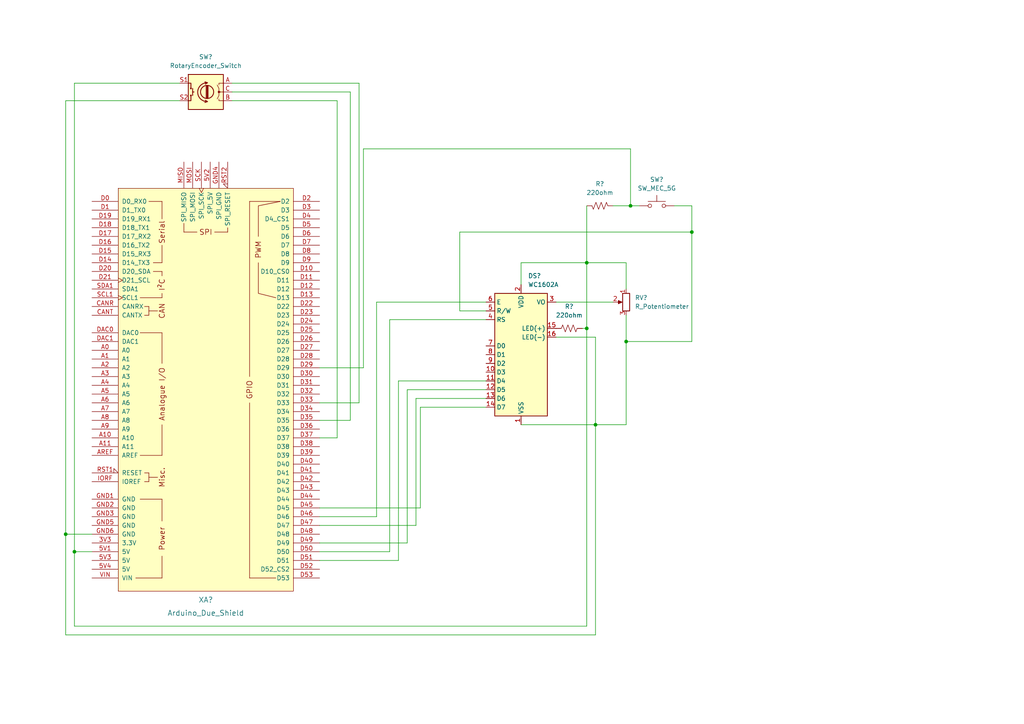
<source format=kicad_sch>
(kicad_sch (version 20211123) (generator eeschema)
  (paper "A4")
  (title_block (title "Escribe Nombre") (date "2022-07-15"))
  (lib_symbols
    (symbol "Device:R_Potentiometer" (pin_names (offset 1.016) hide)
      (property "Reference" "RV" (at -4.445 0 90))
      (property "Value" "R_Potentiometer" (at -2.54 0 90))
      (symbol "R_Potentiometer_0_1"
        (polyline (pts (xy 2.54 0) (xy 1.524 0)))
        (polyline (pts (xy 1.143 0) (xy 2.286 0.508) (xy 2.286 -0.508) (xy 1.143 0)) (fill (type outline)))
        (rectangle (start 1.016 2.54) (end -1.016 -2.54) (stroke (width 0.254)))
      )
      (symbol "R_Potentiometer_1_1"
        (pin passive line (at 0 3.81 270) (length 1.27) (name "1") (number "1"))
        (pin passive line (at 3.81 0 180) (length 1.27) (name "2") (number "2"))
        (pin passive line (at 0 -3.81 90) (length 1.27) (name "3") (number "3"))
      )
    )
    (symbol "Device:R_US" (pin_numbers hide) (pin_names (offset 0))
      (property "Reference" "R" (at 2.54 0 90))
      (property "Value" "R_US" (at -2.54 0 90))
      (symbol "R_US_0_1"
        (polyline (pts (xy 0 -2.286) (xy 0 -2.54)))
        (polyline (pts (xy 0 2.286) (xy 0 2.54)))
        (polyline (pts (xy 0 -0.762) (xy 1.016 -1.143) (xy 0 -1.524) (xy -1.016 -1.905) (xy 0 -2.286)))
        (polyline (pts (xy 0 0.762) (xy 1.016 0.381) (xy 0 0) (xy -1.016 -0.381) (xy 0 -0.762)))
        (polyline (pts (xy 0 2.286) (xy 1.016 1.905) (xy 0 1.524) (xy -1.016 1.143) (xy 0 0.762)))
      )
      (symbol "R_US_1_1"
        (pin passive line (at 0 3.81 270) (length 1.27) (name "~") (number "1"))
        (pin passive line (at 0 -3.81 90) (length 1.27) (name "~") (number "2"))
      )
    )
    (symbol "Device:RotaryEncoder_Switch" (pin_names (offset 0.254) hide)
      (property "Reference" "SW" (at 0 6.604 0))
      (property "Value" "RotaryEncoder_Switch" (at 0 -6.604 0))
      (symbol "RotaryEncoder_Switch_0_1"
        (rectangle (start -5.08 5.08) (end 5.08 -5.08) (stroke (width 0.254)) (fill (type background)))
        (circle (center -3.81 0) (radius 0.254) (fill (type outline)))
        (arc (start -0.381 -2.794) (mid 2.3622 -0.0508) (end -0.381 2.667) (stroke (width 0.254)))
        (circle (center -0.381 0) (radius 1.905) (stroke (width 0.254)))
        (polyline (pts (xy -0.635 -1.778) (xy -0.635 1.778)) (stroke (width 0.254)))
        (polyline (pts (xy -0.381 -1.778) (xy -0.381 1.778)) (stroke (width 0.254)))
        (polyline (pts (xy -0.127 1.778) (xy -0.127 -1.778)) (stroke (width 0.254)))
        (polyline (pts (xy 3.81 0) (xy 3.429 0)) (stroke (width 0.254)))
        (polyline (pts (xy 3.81 1.016) (xy 3.81 -1.016)) (stroke (width 0.254)))
        (polyline (pts (xy -5.08 -2.54) (xy -3.81 -2.54) (xy -3.81 -2.032)))
        (polyline (pts (xy -5.08 2.54) (xy -3.81 2.54) (xy -3.81 2.032)))
        (polyline (pts (xy 0.254 -3.048) (xy -0.508 -2.794) (xy 0.127 -2.413)) (stroke (width 0.254)))
        (polyline (pts (xy 0.254 2.921) (xy -0.508 2.667) (xy 0.127 2.286)) (stroke (width 0.254)))
        (polyline (pts (xy 5.08 -2.54) (xy 4.318 -2.54) (xy 4.318 -1.016)) (stroke (width 0.254)))
        (polyline (pts (xy 5.08 2.54) (xy 4.318 2.54) (xy 4.318 1.016)) (stroke (width 0.254)))
        (polyline (pts (xy -5.08 0) (xy -3.81 0) (xy -3.81 -1.016) (xy -3.302 -2.032)))
        (polyline (pts (xy -4.318 0) (xy -3.81 0) (xy -3.81 1.016) (xy -3.302 2.032)))
        (circle (center 4.318 -1.016) (radius 0.127) (stroke (width 0.254)))
        (circle (center 4.318 1.016) (radius 0.127) (stroke (width 0.254)))
      )
      (symbol "RotaryEncoder_Switch_1_1"
        (pin passive line (at -7.62 2.54 0) (length 2.54) (name "A") (number "A"))
        (pin passive line (at -7.62 -2.54 0) (length 2.54) (name "B") (number "B"))
        (pin passive line (at -7.62 0 0) (length 2.54) (name "C") (number "C"))
        (pin passive line (at 7.62 2.54 180) (length 2.54) (name "S1") (number "S1"))
        (pin passive line (at 7.62 -2.54 180) (length 2.54) (name "S2") (number "S2"))
      )
    )
    (symbol "Display_Character:WC1602A"
      (property "Reference" "DS" (at -5.842 19.05 0))
      (property "Value" "WC1602A" (at 5.334 19.05 0))
      (symbol "WC1602A_1_1"
        (rectangle (start -7.62 17.78) (end 7.62 -17.78) (stroke (width 0.254)) (fill (type background)))
        (pin power_in line (at 0 -20.32 90) (length 2.54) (name "VSS") (number "1"))
        (pin input line (at -10.16 -5.08 0) (length 2.54) (name "D3") (number "10"))
        (pin input line (at -10.16 -7.62 0) (length 2.54) (name "D4") (number "11"))
        (pin input line (at -10.16 -10.16 0) (length 2.54) (name "D5") (number "12"))
        (pin input line (at -10.16 -12.7 0) (length 2.54) (name "D6") (number "13"))
        (pin input line (at -10.16 -15.24 0) (length 2.54) (name "D7") (number "14"))
        (pin power_in line (at 10.16 7.62 180) (length 2.54) (name "LED(+)") (number "15"))
        (pin power_in line (at 10.16 5.08 180) (length 2.54) (name "LED(-)") (number "16"))
        (pin power_in line (at 0 20.32 270) (length 2.54) (name "VDD") (number "2"))
        (pin input line (at 10.16 15.24 180) (length 2.54) (name "VO") (number "3"))
        (pin input line (at -10.16 10.16 0) (length 2.54) (name "RS") (number "4"))
        (pin input line (at -10.16 12.7 0) (length 2.54) (name "R/W") (number "5"))
        (pin input line (at -10.16 15.24 0) (length 2.54) (name "E") (number "6"))
        (pin input line (at -10.16 2.54 0) (length 2.54) (name "D0") (number "7"))
        (pin input line (at -10.16 0 0) (length 2.54) (name "D1") (number "8"))
        (pin input line (at -10.16 -2.54 0) (length 2.54) (name "D2") (number "9"))
      )
    )
    (symbol "Switch:SW_MEC_5G" (pin_numbers hide) (pin_names (offset 1.016) hide)
      (property "Reference" "SW" (at 1.27 2.54 0))
      (property "Value" "SW_MEC_5G" (at 0 -1.524 0))
      (symbol "SW_MEC_5G_0_1"
        (circle (center -2.032 0) (radius 0.508))
        (polyline (pts (xy 0 1.27) (xy 0 3.048)))
        (polyline (pts (xy 2.54 1.27) (xy -2.54 1.27)))
        (circle (center 2.032 0) (radius 0.508))
        (pin passive line (at -5.08 0 0) (length 2.54) (name "A") (number "1"))
        (pin passive line (at 5.08 0 180) (length 2.54) (name "B") (number "3"))
      )
      (symbol "SW_MEC_5G_1_1"
        (pin passive line (at -5.08 0 0) (length 2.54) hide (name "A") (number "2"))
        (pin passive line (at 5.08 0 180) (length 2.54) hide (name "B") (number "4"))
      )
    )
    (symbol "arduino:Arduino_Due_Shield" (pin_names (offset 1.016))
      (property "Reference" "XA" (at 2.54 0 90))
      (property "Value" "Arduino_Due_Shield" (at -2.54 0 90))
      (symbol "Arduino_Due_Shield_0_0"
        (rectangle (start -25.4 -58.42) (end 25.4 58.42) (fill (type background)))
        (rectangle (start -20.32 -54.61) (end -12.7 -54.61))
        (rectangle (start -19.05 -31.75) (end -12.7 -31.75))
        (rectangle (start -19.05 -19.05) (end -12.7 -19.05))
        (rectangle (start -19.05 16.51) (end -12.7 16.51))
        (rectangle (start -19.05 26.67) (end -12.7 26.67))
        (rectangle (start -17.78 -26.67) (end -16.51 -26.67))
        (rectangle (start -17.78 -24.13) (end -16.51 -24.13))
        (rectangle (start -17.78 21.59) (end -16.51 21.59))
        (rectangle (start -17.78 24.13) (end -16.51 24.13))
        (rectangle (start -16.51 -25.4) (end -13.97 -25.4))
        (rectangle (start -16.51 -24.13) (end -16.51 -26.67))
        (rectangle (start -16.51 22.86) (end -13.97 22.86))
        (rectangle (start -16.51 24.13) (end -16.51 21.59))
        (rectangle (start -16.51 54.61) (end -12.7 54.61))
        (rectangle (start -15.24 34.29) (end -12.7 34.29))
        (rectangle (start -15.24 36.83) (end -12.7 36.83))
        (rectangle (start -12.7 -54.61) (end -12.7 -48.26))
        (rectangle (start -12.7 -31.75) (end -12.7 -38.1))
        (rectangle (start -12.7 -19.05) (end -12.7 -10.16))
        (rectangle (start -12.7 16.51) (end -12.7 7.62))
        (rectangle (start -12.7 26.67) (end -12.7 27.94))
        (rectangle (start -12.7 34.29) (end -12.7 33.02))
        (rectangle (start -12.7 41.91) (end -12.7 36.83))
        (rectangle (start -12.7 49.53) (end -12.7 54.61))
        (rectangle (start -6.35 48.26) (end -6.35 45.72))
        (rectangle (start -2.54 45.72) (end -6.35 45.72))
        (polyline (pts (xy 12.7 -54.61) (xy 20.32 -54.61)))
        (polyline (pts (xy 21.59 54.61) (xy 12.7 54.61)))
        (polyline (pts (xy 15.24 44.45) (xy 15.24 53.34) (xy 21.59 54.61)))
        (polyline (pts (xy 20.32 26.67) (xy 15.24 27.94) (xy 15.24 36.83)))
        (rectangle (start 6.35 45.72) (end 2.54 45.72))
        (rectangle (start 6.35 46.99) (end 6.35 45.72))
        (text "Analogue I/O" (at -12.7 -1.27 900) (effects (font (size 1.524 1.524))))
        (text "CAN" (at -12.7 22.86 900) (effects (font (size 1.524 1.524))))
        (text "I²C" (at -12.7 30.48 900) (effects (font (size 1.524 1.524))))
        (text "Misc." (at -12.7 -25.4 900) (effects (font (size 1.524 1.524))))
        (text "Power" (at -12.7 -43.18 900) (effects (font (size 1.524 1.524))))
        (text "PWM" (at 15.24 40.64 900) (effects (font (size 1.524 1.524))))
        (text "Serial" (at -12.7 45.72 900) (effects (font (size 1.524 1.524))))
        (text "SPI" (at 0 45.72 0) (effects (font (size 1.524 1.524))))
      )
      (symbol "Arduino_Due_Shield_1_0"
        (rectangle (start 12.7 -54.61) (end 12.7 -3.81))
        (rectangle (start 12.7 54.61) (end 12.7 3.81))
        (text "GPIO" (at 12.7 0 900) (effects (font (size 1.524 1.524))))
      )
      (symbol "Arduino_Due_Shield_1_1"
        (pin power_in line (at -33.02 -44.45 0) (length 7.62) (name "3.3V") (number "3V3"))
        (pin power_in line (at -33.02 -46.99 0) (length 7.62) (name "5V") (number "5V1"))
        (pin power_in line (at 1.27 66.04 270) (length 7.62) (name "SPI_5V") (number "5V2"))
        (pin power_in line (at -33.02 -49.53 0) (length 7.62) (name "5V") (number "5V3"))
        (pin power_in line (at -33.02 -52.07 0) (length 7.62) (name "5V") (number "5V4"))
        (pin bidirectional line (at -33.02 11.43 0) (length 7.62) (name "A0") (number "A0"))
        (pin bidirectional line (at -33.02 8.89 0) (length 7.62) (name "A1") (number "A1"))
        (pin bidirectional line (at -33.02 -13.97 0) (length 7.62) (name "A10") (number "A10"))
        (pin bidirectional line (at -33.02 -16.51 0) (length 7.62) (name "A11") (number "A11"))
        (pin bidirectional line (at -33.02 6.35 0) (length 7.62) (name "A2") (number "A2"))
        (pin bidirectional line (at -33.02 3.81 0) (length 7.62) (name "A3") (number "A3"))
        (pin bidirectional line (at -33.02 1.27 0) (length 7.62) (name "A4") (number "A4"))
        (pin bidirectional line (at -33.02 -1.27 0) (length 7.62) (name "A5") (number "A5"))
        (pin bidirectional line (at -33.02 -3.81 0) (length 7.62) (name "A6") (number "A6"))
        (pin bidirectional line (at -33.02 -6.35 0) (length 7.62) (name "A7") (number "A7"))
        (pin bidirectional line (at -33.02 -8.89 0) (length 7.62) (name "A8") (number "A8"))
        (pin bidirectional line (at -33.02 -11.43 0) (length 7.62) (name "A9") (number "A9"))
        (pin input line (at -33.02 -19.05 0) (length 7.62) (name "AREF") (number "AREF"))
        (pin bidirectional line (at -33.02 24.13 0) (length 7.62) (name "CANRX") (number "CANR"))
        (pin bidirectional line (at -33.02 21.59 0) (length 7.62) (name "CANTX") (number "CANT"))
        (pin bidirectional line (at -33.02 54.61 0) (length 7.62) (name "D0_RX0") (number "D0"))
        (pin bidirectional line (at -33.02 52.07 0) (length 7.62) (name "D1_TX0") (number "D1"))
        (pin bidirectional line (at 33.02 34.29 180) (length 7.62) (name "D10_CS0") (number "D10"))
        (pin bidirectional line (at 33.02 31.75 180) (length 7.62) (name "D11") (number "D11"))
        (pin bidirectional line (at 33.02 29.21 180) (length 7.62) (name "D12") (number "D12"))
        (pin bidirectional line (at 33.02 26.67 180) (length 7.62) (name "D13") (number "D13"))
        (pin bidirectional line (at -33.02 36.83 0) (length 7.62) (name "D14_TX3") (number "D14"))
        (pin bidirectional line (at -33.02 39.37 0) (length 7.62) (name "D15_RX3") (number "D15"))
        (pin bidirectional line (at -33.02 41.91 0) (length 7.62) (name "D16_TX2") (number "D16"))
        (pin bidirectional line (at -33.02 44.45 0) (length 7.62) (name "D17_RX2") (number "D17"))
        (pin bidirectional line (at -33.02 46.99 0) (length 7.62) (name "D18_TX1") (number "D18"))
        (pin bidirectional line (at -33.02 49.53 0) (length 7.62) (name "D19_RX1") (number "D19"))
        (pin bidirectional line (at 33.02 54.61 180) (length 7.62) (name "D2") (number "D2"))
        (pin bidirectional line (at -33.02 34.29 0) (length 7.62) (name "D20_SDA") (number "D20"))
        (pin bidirectional clock (at -33.02 31.75 0) (length 7.62) (name "D21_SCL") (number "D21"))
        (pin bidirectional line (at 33.02 24.13 180) (length 7.62) (name "D22") (number "D22"))
        (pin bidirectional line (at 33.02 21.59 180) (length 7.62) (name "D23") (number "D23"))
        (pin bidirectional line (at 33.02 19.05 180) (length 7.62) (name "D24") (number "D24"))
        (pin bidirectional line (at 33.02 16.51 180) (length 7.62) (name "D25") (number "D25"))
        (pin bidirectional line (at 33.02 13.97 180) (length 7.62) (name "D26") (number "D26"))
        (pin bidirectional line (at 33.02 11.43 180) (length 7.62) (name "D27") (number "D27"))
        (pin bidirectional line (at 33.02 8.89 180) (length 7.62) (name "D28") (number "D28"))
        (pin bidirectional line (at 33.02 6.35 180) (length 7.62) (name "D29") (number "D29"))
        (pin bidirectional line (at 33.02 52.07 180) (length 7.62) (name "D3") (number "D3"))
        (pin bidirectional line (at 33.02 3.81 180) (length 7.62) (name "D30") (number "D30"))
        (pin bidirectional line (at 33.02 1.27 180) (length 7.62) (name "D31") (number "D31"))
        (pin bidirectional line (at 33.02 -1.27 180) (length 7.62) (name "D32") (number "D32"))
        (pin bidirectional line (at 33.02 -3.81 180) (length 7.62) (name "D33") (number "D33"))
        (pin bidirectional line (at 33.02 -6.35 180) (length 7.62) (name "D34") (number "D34"))
        (pin bidirectional line (at 33.02 -8.89 180) (length 7.62) (name "D35") (number "D35"))
        (pin bidirectional line (at 33.02 -11.43 180) (length 7.62) (name "D36") (number "D36"))
        (pin bidirectional line (at 33.02 -13.97 180) (length 7.62) (name "D37") (number "D37"))
        (pin bidirectional line (at 33.02 -16.51 180) (length 7.62) (name "D38") (number "D38"))
        (pin bidirectional line (at 33.02 -19.05 180) (length 7.62) (name "D39") (number "D39"))
        (pin bidirectional line (at 33.02 49.53 180) (length 7.62) (name "D4_CS1") (number "D4"))
        (pin bidirectional line (at 33.02 -21.59 180) (length 7.62) (name "D40") (number "D40"))
        (pin bidirectional line (at 33.02 -24.13 180) (length 7.62) (name "D41") (number "D41"))
        (pin bidirectional line (at 33.02 -26.67 180) (length 7.62) (name "D42") (number "D42"))
        (pin bidirectional line (at 33.02 -29.21 180) (length 7.62) (name "D43") (number "D43"))
        (pin bidirectional line (at 33.02 -31.75 180) (length 7.62) (name "D44") (number "D44"))
        (pin bidirectional line (at 33.02 -34.29 180) (length 7.62) (name "D45") (number "D45"))
        (pin bidirectional line (at 33.02 -36.83 180) (length 7.62) (name "D46") (number "D46"))
        (pin bidirectional line (at 33.02 -39.37 180) (length 7.62) (name "D47") (number "D47"))
        (pin bidirectional line (at 33.02 -41.91 180) (length 7.62) (name "D48") (number "D48"))
        (pin bidirectional line (at 33.02 -44.45 180) (length 7.62) (name "D49") (number "D49"))
        (pin bidirectional line (at 33.02 46.99 180) (length 7.62) (name "D5") (number "D5"))
        (pin bidirectional line (at 33.02 -46.99 180) (length 7.62) (name "D50") (number "D50"))
        (pin bidirectional line (at 33.02 -49.53 180) (length 7.62) (name "D51") (number "D51"))
        (pin bidirectional line (at 33.02 -52.07 180) (length 7.62) (name "D52_CS2") (number "D52"))
        (pin bidirectional line (at 33.02 -54.61 180) (length 7.62) (name "D53") (number "D53"))
        (pin bidirectional line (at 33.02 44.45 180) (length 7.62) (name "D6") (number "D6"))
        (pin bidirectional line (at 33.02 41.91 180) (length 7.62) (name "D7") (number "D7"))
        (pin bidirectional line (at 33.02 39.37 180) (length 7.62) (name "D8") (number "D8"))
        (pin bidirectional line (at 33.02 36.83 180) (length 7.62) (name "D9") (number "D9"))
        (pin bidirectional line (at -33.02 16.51 0) (length 7.62) (name "DAC0") (number "DAC0"))
        (pin bidirectional line (at -33.02 13.97 0) (length 7.62) (name "DAC1") (number "DAC1"))
        (pin power_in line (at -33.02 -31.75 0) (length 7.62) (name "GND") (number "GND1"))
        (pin power_in line (at -33.02 -34.29 0) (length 7.62) (name "GND") (number "GND2"))
        (pin power_in line (at -33.02 -36.83 0) (length 7.62) (name "GND") (number "GND3"))
        (pin power_in line (at 3.81 66.04 270) (length 7.62) (name "SPI_GND") (number "GND4"))
        (pin power_in line (at -33.02 -39.37 0) (length 7.62) (name "GND") (number "GND5"))
        (pin power_in line (at -33.02 -41.91 0) (length 7.62) (name "GND") (number "GND6"))
        (pin output line (at -33.02 -26.67 0) (length 7.62) (name "IOREF") (number "IORF"))
        (pin input line (at -6.35 66.04 270) (length 7.62) (name "SPI_MISO") (number "MISO"))
        (pin output line (at -3.81 66.04 270) (length 7.62) (name "SPI_MOSI") (number "MOSI"))
        (pin open_collector input_low (at -33.02 -24.13 0) (length 7.62) (name "RESET") (number "RST1"))
        (pin open_collector input_low (at 6.35 66.04 270) (length 7.62) (name "SPI_RESET") (number "RST2"))
        (pin output clock (at -1.27 66.04 270) (length 7.62) (name "SPI_SCK") (number "SCK"))
        (pin bidirectional clock (at -33.02 26.67 0) (length 7.62) (name "SCL1") (number "SCL1"))
        (pin bidirectional line (at -33.02 29.21 0) (length 7.62) (name "SDA1") (number "SDA1"))
        (pin power_in line (at -33.02 -54.61 0) (length 7.62) (name "VIN") (number "VIN"))
      )
    )
  )
  (junction (at 19.05 154.94))
  (junction (at 170.18 95.25))
  (junction (at 181.61 99.06))
  (junction (at 182.88 59.69))
  (junction (at 21.59 160.02))
  (junction (at 200.66 67.31))
  (junction (at 172.72 123.19))
  (junction (at 170.18 76.2))
  (wire (pts (xy 52.07 29.21) (xy 19.05 29.21)))
  (wire (pts (xy 109.22 149.86) (xy 92.71 149.86)))
  (wire (pts (xy 19.05 29.21) (xy 19.05 154.94)))
  (wire (pts (xy 67.31 29.21) (xy 97.79 29.21)))
  (wire (pts (xy 52.07 24.13) (xy 21.59 24.13)))
  (wire (pts (xy 115.57 110.49) (xy 115.57 162.56)))
  (wire (pts (xy 140.97 92.71) (xy 113.03 92.71)))
  (wire (pts (xy 170.18 59.69) (xy 170.18 76.2)))
  (wire (pts (xy 67.31 24.13) (xy 104.14 24.13)))
  (wire (pts (xy 161.29 97.79) (xy 172.72 97.79)))
  (wire (pts (xy 67.31 26.67) (xy 101.6 26.67)))
  (wire (pts (xy 105.41 106.68) (xy 92.71 106.68)))
  (wire (pts (xy 182.88 59.69) (xy 182.88 43.18)))
  (wire (pts (xy 101.6 121.92) (xy 92.71 121.92)))
  (wire (pts (xy 26.67 160.02) (xy 21.59 160.02)))
  (wire (pts (xy 172.72 97.79) (xy 172.72 123.19)))
  (wire (pts (xy 133.35 67.31) (xy 200.66 67.31)))
  (wire (pts (xy 200.66 59.69) (xy 200.66 67.31)))
  (wire (pts (xy 97.79 29.21) (xy 97.79 127)))
  (wire (pts (xy 181.61 99.06) (xy 181.61 123.19)))
  (wire (pts (xy 151.13 76.2) (xy 170.18 76.2)))
  (wire (pts (xy 118.11 113.03) (xy 118.11 157.48)))
  (wire (pts (xy 181.61 91.44) (xy 181.61 99.06)))
  (wire (pts (xy 113.03 160.02) (xy 92.71 160.02)))
  (wire (pts (xy 170.18 95.25) (xy 168.91 95.25)))
  (wire (pts (xy 133.35 90.17) (xy 133.35 67.31)))
  (wire (pts (xy 113.03 92.71) (xy 113.03 160.02)))
  (wire (pts (xy 181.61 83.82) (xy 181.61 76.2)))
  (wire (pts (xy 109.22 87.63) (xy 109.22 149.86)))
  (wire (pts (xy 140.97 90.17) (xy 133.35 90.17)))
  (wire (pts (xy 120.65 115.57) (xy 120.65 152.4)))
  (wire (pts (xy 181.61 123.19) (xy 172.72 123.19)))
  (wire (pts (xy 172.72 123.19) (xy 172.72 184.15)))
  (wire (pts (xy 104.14 24.13) (xy 104.14 116.84)))
  (wire (pts (xy 195.58 59.69) (xy 200.66 59.69)))
  (wire (pts (xy 170.18 76.2) (xy 170.18 95.25)))
  (wire (pts (xy 121.92 147.32) (xy 92.71 147.32)))
  (wire (pts (xy 140.97 118.11) (xy 121.92 118.11)))
  (wire (pts (xy 140.97 113.03) (xy 118.11 113.03)))
  (wire (pts (xy 177.8 59.69) (xy 182.88 59.69)))
  (wire (pts (xy 140.97 110.49) (xy 115.57 110.49)))
  (wire (pts (xy 151.13 123.19) (xy 172.72 123.19)))
  (wire (pts (xy 101.6 26.67) (xy 101.6 121.92)))
  (wire (pts (xy 182.88 59.69) (xy 185.42 59.69)))
  (wire (pts (xy 92.71 127) (xy 97.79 127)))
  (wire (pts (xy 121.92 118.11) (xy 121.92 147.32)))
  (wire (pts (xy 118.11 157.48) (xy 92.71 157.48)))
  (wire (pts (xy 200.66 67.31) (xy 200.66 99.06)))
  (wire (pts (xy 19.05 154.94) (xy 26.67 154.94)))
  (wire (pts (xy 21.59 24.13) (xy 21.59 160.02)))
  (wire (pts (xy 161.29 87.63) (xy 177.8 87.63)))
  (wire (pts (xy 170.18 76.2) (xy 181.61 76.2)))
  (wire (pts (xy 19.05 184.15) (xy 19.05 154.94)))
  (wire (pts (xy 151.13 82.55) (xy 151.13 76.2)))
  (wire (pts (xy 120.65 152.4) (xy 92.71 152.4)))
  (wire (pts (xy 105.41 43.18) (xy 105.41 106.68)))
  (wire (pts (xy 21.59 160.02) (xy 21.59 181.61)))
  (wire (pts (xy 170.18 95.25) (xy 170.18 181.61)))
  (wire (pts (xy 21.59 181.61) (xy 170.18 181.61)))
  (wire (pts (xy 182.88 43.18) (xy 105.41 43.18)))
  (wire (pts (xy 104.14 116.84) (xy 92.71 116.84)))
  (wire (pts (xy 140.97 87.63) (xy 109.22 87.63)))
  (wire (pts (xy 115.57 162.56) (xy 92.71 162.56)))
  (wire (pts (xy 140.97 115.57) (xy 120.65 115.57)))
  (wire (pts (xy 172.72 184.15) (xy 19.05 184.15)))
  (wire (pts (xy 200.66 99.06) (xy 181.61 99.06)))
  (symbol (lib_id "arduino:Arduino_Due_Shield") (at 59.69 113.03 0) (unit 1)
    (property "Reference" "XA?" (at 59.69 173.99 0) (effects (font (size 1.524 1.524))))
    (property "Value" "Arduino_Due_Shield" (at 59.69 177.8 0) (effects (font (size 1.524 1.524))))
    (property "Datasheet" "https://store.arduino.cc/arduino-due" (effects hide))
  )
  (symbol (lib_id "Display_Character:WC1602A") (at 151.13 102.87 0) (unit 1)
    (property "Reference" "DS?" (at 153.1494 80.01 0) (effects (justify left)))
    (property "Value" "WC1602A" (at 153.1494 82.55 0) (effects (justify left)))
    (property "Footprint" "Display:WC1602A" (effects hide))
    (property "Datasheet" "http://www.wincomlcd.com/pdf/WC1602A-SFYLYHTC06.pdf" (effects hide))
  )
  (symbol (lib_id "Device:R_Potentiometer") (at 181.61 87.63 0) (mirror y) (unit 1)
    (property "Reference" "RV?" (at 184.15 86.3599 0) (effects (justify right)))
    (property "Value" "R_Potentiometer" (at 184.15 88.8999 0) (effects (justify right)))
  )
  (symbol (lib_id "Device:RotaryEncoder_Switch") (at 59.69 26.67 0) (mirror y) (unit 1)
    (property "Reference" "SW?" (at 59.69 16.51 0))
    (property "Value" "RotaryEncoder_Switch" (at 59.69 19.05 0))
  )
  (symbol (lib_id "Device:R_US") (at 165.1 95.25 270) (unit 1)
    (property "Reference" "R?" (at 165.1 88.9 90))
    (property "Value" "220ohm" (at 165.1 91.44 90))
  )
  (symbol (lib_id "Switch:SW_MEC_5G") (at 190.5 59.69 0) (mirror y) (unit 1)
    (property "Reference" "SW?" (at 190.5 52.07 0))
    (property "Value" "SW_MEC_5G" (at 190.5 54.61 0))
    (property "Datasheet" "http://www.apem.com/int/index.php?controller=attachment&id_attachment=488" (effects hide))
  )
  (symbol (lib_id "Device:R_US") (at 173.99 59.69 90) (mirror x) (unit 1)
    (property "Reference" "R?" (at 173.99 53.34 90))
    (property "Value" "220ohm" (at 173.99 55.88 90))
  )
)
</source>
